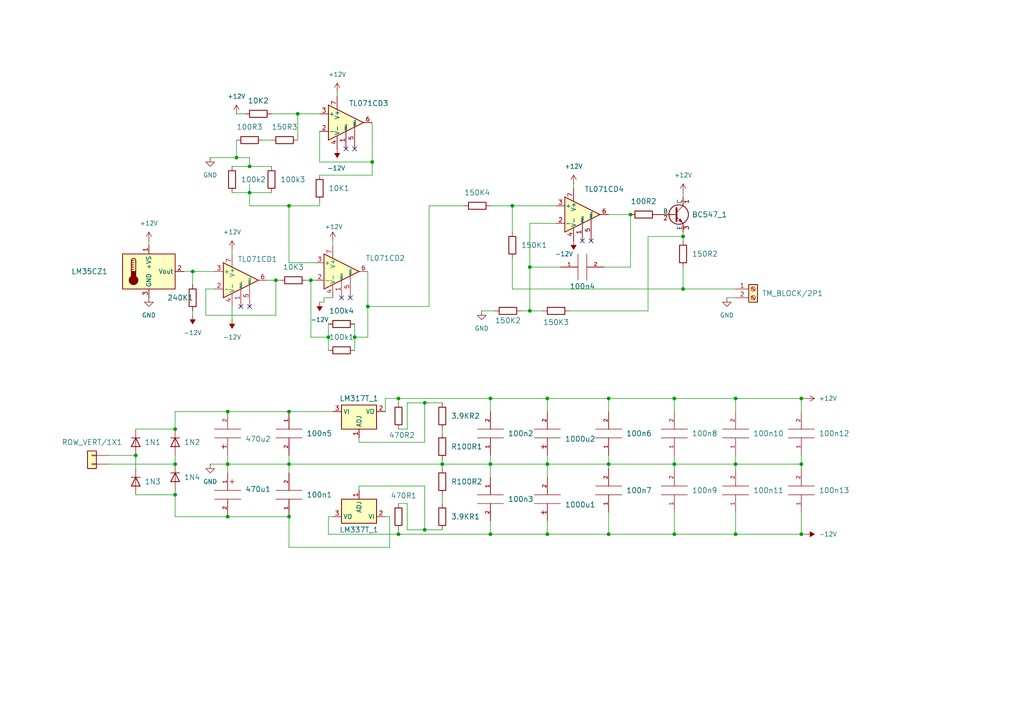
<source format=kicad_sch>
(kicad_sch (version 20250114) (generator "eeschema") (generator_version "9.0")
  (paper "A4")
  (lib_symbols
    (symbol "VAMK_ANA:BC547_TO92_0.1A" (pin_names (offset 0))
      (property "Reference" "BC547_" (at 17.78 5.08 0))
      (symbol "BC547_TO92_0.1A_1_1"
        (pin input line (at -5.08 0 0) (length 5.08) (name "B") (number "2"))
        (pin passive line (at 2.54 5.08 270) (length 2.54) (name "C") (number "1"))
        (pin passive line (at 2.54 -5.08 90) (length 2.54) (name "E") (number "3"))
      )
    )
    (symbol "VAMK_ANA:LM317T_TO220_1.5A"
      (property "Reference" "LM317T_" (at 1.27 8.89 0))
      (symbol "LM317T_TO220_1.5A_1_1"
        (pin power_in line (at -7.62 1.27 0) (length 2.54) (name "VI") (number "3"))
        (pin input line (at 0 -6.35 90) (length 2.54) (name "ADJ") (number "1"))
        (pin power_out line (at 7.62 1.27 180) (length 2.54) (name "VO") (number "2"))
      )
    )
    (symbol "VAMK_ANA:LM337T_TO220_1.5A"
      (property "Reference" "LM337T_" (at 1.27 8.89 0))
      (symbol "LM337T_TO220_1.5A_1_1"
        (pin power_in line (at -7.62 1.27 0) (length 2.54) (name "VI") (number "2"))
        (pin input line (at 0 -6.35 90) (length 2.54) (name "ADJ") (number "1"))
        (pin power_out line (at 7.62 1.27 180) (length 2.54) (name "VO") (number "3"))
      )
    )
    (symbol "VAMK_C:1000UF_50V_ELE" (pin_names (offset 0))
      (property "Reference" "C" (at 0 7.62 0))
      (symbol "1000UF_50V_ELE_1_1"
        (pin passive line (at -6.35 0 0) (length 5.08) (name "~") (number "1"))
        (pin passive line (at 6.35 0 180) (length 5.08) (name "~") (number "2"))
      )
    )
    (symbol "VAMK_C:470UF_50V_ELE" (pin_names (offset 0))
      (property "Reference" "C" (at 0 7.62 0))
      (symbol "470UF_50V_ELE_1_1"
        (pin passive line (at -6.35 0 0) (length 5.08) (name "~") (number "1"))
        (pin passive line (at 6.35 0 180) (length 5.08) (name "~") (number "2"))
      )
    )
    (symbol "VAMK_CON:ROW_VERT_1X2" (pin_numbers (hide yes)) (pin_names (offset 0) (hide yes))
      (property "Reference" "ROW_VERT/1X2" (at 15.24 5.08 0))
      (symbol "ROW_VERT_1X2_1_1"
        (pin passive line (at -5.08 0 0) (length 3.81) (name "Pin_1") (number "1"))
        (pin passive line (at -5.08 -2.54 0) (length 3.81) (name "Pin_2") (number "2"))
      )
    )
    (symbol "VAMK_CON:TM_BLOCK_2P" (pin_names (offset 0) (hide yes))
      (property "Reference" "TM_BLOCK/2P" (at 10.16 5.08 0))
      (symbol "TM_BLOCK_2P_1_1"
        (pin passive line (at -5.08 0 0) (length 3.81) (name "Pin_1") (number "1"))
        (pin passive line (at -5.08 -2.54 0) (length 3.81) (name "Pin_2") (number "2"))
      )
    )
    (symbol "VAMK_C_SMD:100NF_50V_CER" (pin_names (offset 0))
      (property "Reference" "C" (at 0 7.62 0))
      (symbol "100NF_50V_CER_1_1"
        (pin passive line (at -6.35 0 0) (length 5.08) (name "~") (number "1"))
        (pin passive line (at 6.35 0 180) (length 5.08) (name "~") (number "2"))
      )
    )
    (symbol "VAMK_D:1N4007" (pin_numbers (hide yes)) (pin_names (offset 0) (hide yes))
      (property "Reference" "1N4007" (at 0 7.62 0))
      (symbol "1N4007_1_1"
        (pin passive line (at -3.81 0 0) (length 2.54) (name "K") (number "1"))
        (pin passive line (at 3.81 0 180) (length 2.54) (name "A") (number "2"))
      )
    )
    (symbol "VAMK_IC:LM35CZ_TO92"
      (property "Reference" "LM35CZ" (at 20.32 5.08 0))
      (symbol "LM35CZ_TO92_1_1"
        (pin power_in line (at 0 7.62 270) (length 2.54) (name "+VS") (number "1"))
        (pin power_in line (at 0 -7.62 90) (length 2.54) (name "GND") (number "3"))
        (pin output line (at 10.16 0 180) (length 2.54) (name "Vout") (number "2"))
      )
    )
    (symbol "VAMK_IC_SMD:TL071CD_SO8" (pin_names (offset 0.1016))
      (property "Reference" "TL071CD" (at 20.32 7.62 0))
      (symbol "TL071CD_SO8_1_1"
        (pin input line (at -7.62 2.54 0) (length 2.54) (name "+") (number "3"))
        (pin input line (at -7.62 -2.54 0) (length 2.54) (name "-") (number "2"))
        (pin power_in line (at -2.54 7.62 270) (length 3.81) (name "V+") (number "7"))
        (pin power_in line (at -2.54 -7.62 90) (length 3.81) (name "V-") (number "4"))
        (pin no_connect line (at 0 2.54 270) (length 2.54) (hide yes) (name "NC") (number "8"))
        (pin input line (at 0 -7.62 90) (length 5.08) (name "NULL") (number "1"))
        (pin input line (at 2.54 -7.62 90) (length 6.35) (name "NULL") (number "5"))
        (pin output line (at 7.62 0 180) (length 2.54) (name "~") (number "6"))
      )
    )
    (symbol "VAMK_R:240k" (pin_numbers (hide yes)) (pin_names (offset 0) (hide yes))
      (property "Reference" "R" (at 0 0 0))
      (symbol "240k_1_1"
        (pin passive line (at -3.81 0 0) (length 1.27) (name "~") (number "1"))
        (pin passive line (at 3.81 0 180) (length 1.27) (name "~") (number "2"))
      )
    )
    (symbol "VAMK_R_SMD:100R" (pin_numbers (hide yes)) (pin_names (offset 0) (hide yes))
      (property "Reference" "R" (at 0 0 0))
      (symbol "100R_1_1"
        (pin passive line (at -3.81 0 0) (length 1.27) (name "~") (number "1"))
        (pin passive line (at 3.81 0 180) (length 1.27) (name "~") (number "2"))
      )
    )
    (symbol "VAMK_R_SMD:100k" (pin_numbers (hide yes)) (pin_names (offset 0) (hide yes))
      (property "Reference" "R" (at 0 0 0))
      (symbol "100k_1_1"
        (pin passive line (at -3.81 0 0) (length 1.27) (name "~") (number "1"))
        (pin passive line (at 3.81 0 180) (length 1.27) (name "~") (number "2"))
      )
    )
    (symbol "VAMK_R_SMD:10k" (pin_numbers (hide yes)) (pin_names (offset 0) (hide yes))
      (property "Reference" "R" (at 0 0 0))
      (symbol "10k_1_1"
        (pin passive line (at -3.81 0 0) (length 1.27) (name "~") (number "1"))
        (pin passive line (at 3.81 0 180) (length 1.27) (name "~") (number "2"))
      )
    )
    (symbol "VAMK_R_SMD:150R" (pin_numbers (hide yes)) (pin_names (offset 0) (hide yes))
      (property "Reference" "R" (at 0 0 0))
      (symbol "150R_1_1"
        (pin passive line (at -3.81 0 0) (length 1.27) (name "~") (number "1"))
        (pin passive line (at 3.81 0 180) (length 1.27) (name "~") (number "2"))
      )
    )
    (symbol "VAMK_R_SMD:150k" (pin_numbers (hide yes)) (pin_names (offset 0) (hide yes))
      (property "Reference" "R" (at 0 0 0))
      (symbol "150k_1_1"
        (pin passive line (at -3.81 0 0) (length 1.27) (name "~") (number "1"))
        (pin passive line (at 3.81 0 180) (length 1.27) (name "~") (number "2"))
      )
    )
    (symbol "VAMK_R_SMD:3.9k" (pin_numbers (hide yes)) (pin_names (offset 0) (hide yes))
      (property "Reference" "R" (at 0 0 0))
      (symbol "3.9k_1_1"
        (pin passive line (at -3.81 0 0) (length 1.27) (name "~") (number "1"))
        (pin passive line (at 3.81 0 180) (length 1.27) (name "~") (number "2"))
      )
    )
    (symbol "VAMK_R_SMD:470R" (pin_numbers (hide yes)) (pin_names (offset 0) (hide yes))
      (property "Reference" "R" (at 0 0 0))
      (symbol "470R_1_1"
        (pin passive line (at -3.81 0 0) (length 1.27) (name "~") (number "1"))
        (pin passive line (at 3.81 0 180) (length 1.27) (name "~") (number "2"))
      )
    )
    (symbol "power:+12V" (power) (pin_numbers (hide yes)) (pin_names (offset 0) (hide yes))
      (property "Value" "+12V" (at 0 3.556 0))
      (symbol "+12V_1_1"
        (pin power_in line (at 0 0 90) (length 0) (name "~") (number "1"))
      )
    )
    (symbol "power:-12V" (power) (pin_numbers (hide yes)) (pin_names (offset 0) (hide yes))
      (property "Value" "-12V" (at 0 3.556 0))
      (symbol "-12V_0_0"
        (pin power_in line (at 0 0 90) (length 0) (name "~") (number "1"))
      )
    )
    (symbol "power:GND" (power) (pin_numbers (hide yes)) (pin_names (offset 0) (hide yes))
      (property "Value" "GND" (at 0 -3.81 0))
      (symbol "GND_1_1"
        (pin power_in line (at 0 0 270) (length 0) (name "~") (number "1"))
      )
    )
  )
  (junction (at 66.04 119.38))
  (junction (at 72.39 55.88))
  (junction (at 153.67 77.47))
  (junction (at 182.88 62.23))
  (junction (at 107.95 46.99))
  (junction (at 232.41 134.62))
  (junction (at 158.75 115.57))
  (junction (at 115.57 115.57))
  (junction (at 102.87 97.79))
  (junction (at 213.36 134.62))
  (junction (at 123.19 116.84))
  (junction (at 86.36 33.02))
  (junction (at 232.41 115.57))
  (junction (at 176.53 115.57))
  (junction (at 232.41 154.94))
  (junction (at 83.82 134.62))
  (junction (at 213.36 154.94))
  (junction (at 83.82 59.69))
  (junction (at 195.58 154.94))
  (junction (at 198.12 68.58))
  (junction (at 195.58 115.57))
  (junction (at 95.25 97.79))
  (junction (at 213.36 115.57))
  (junction (at 148.59 59.69))
  (junction (at 50.8 124.46))
  (junction (at 39.37 132.08))
  (junction (at 83.82 149.86))
  (junction (at 66.04 134.62))
  (junction (at 142.24 154.94))
  (junction (at 142.24 134.62))
  (junction (at 142.24 115.57))
  (junction (at 90.17 81.28))
  (junction (at 106.68 88.9))
  (junction (at 68.58 45.72))
  (junction (at 195.58 134.62))
  (junction (at 198.12 83.82))
  (junction (at 153.67 90.17))
  (junction (at 176.53 134.62))
  (junction (at 55.88 78.74))
  (junction (at 158.75 154.94))
  (junction (at 176.53 154.94))
  (junction (at 66.04 149.86))
  (junction (at 115.57 154.94))
  (junction (at 80.01 81.28))
  (junction (at 83.82 119.38))
  (junction (at 128.27 134.62))
  (junction (at 50.8 143.51))
  (junction (at 123.19 153.67))
  (junction (at 50.8 134.62))
  (junction (at 158.75 134.62))
  (junction (at 72.39 48.26))
  (no_connect (at 99.06 86.36))
  (no_connect (at 102.87 43.18))
  (no_connect (at 171.45 69.85))
  (no_connect (at 69.85 88.9))
  (no_connect (at 72.39 88.9))
  (no_connect (at 100.33 43.18))
  (no_connect (at 101.6 86.36))
  (no_connect (at 168.91 69.85))
  (wire (pts (xy 142.24 115.57) (xy 158.75 115.57)))
  (wire (pts (xy 106.68 97.79) (xy 102.87 97.79)))
  (wire (pts (xy 83.82 59.69) (xy 92.71 59.69)))
  (wire (pts (xy 90.17 81.28) (xy 91.44 81.28)))
  (wire (pts (xy 123.19 153.67) (xy 128.27 153.67)))
  (wire (pts (xy 118.11 116.84) (xy 123.19 116.84)))
  (wire (pts (xy 67.31 48.26) (xy 72.39 48.26)))
  (wire (pts (xy 104.14 140.97) (xy 104.14 142.24)))
  (wire (pts (xy 31.75 134.62) (xy 50.8 134.62)))
  (wire (pts (xy 55.88 91.44) (xy 55.88 90.17)))
  (wire (pts (xy 55.88 78.74) (xy 55.88 82.55)))
  (wire (pts (xy 115.57 146.05) (xy 118.11 146.05)))
  (wire (pts (xy 153.67 77.47) (xy 153.67 90.17)))
  (wire (pts (xy 111.76 115.57) (xy 111.76 119.38)))
  (wire (pts (xy 67.31 92.71) (xy 67.31 88.9)))
  (wire (pts (xy 72.39 55.88) (xy 78.74 55.88)))
  (wire (pts (xy 148.59 59.69) (xy 148.59 67.31)))
  (wire (pts (xy 123.19 140.97) (xy 123.19 153.67)))
  (wire (pts (xy 195.58 148.59) (xy 195.58 154.94)))
  (wire (pts (xy 113.03 158.75) (xy 83.82 158.75)))
  (wire (pts (xy 128.27 134.62) (xy 142.24 134.62)))
  (wire (pts (xy 95.25 154.94) (xy 95.25 149.86)))
  (wire (pts (xy 124.46 88.9) (xy 124.46 59.69)))
  (wire (pts (xy 187.96 68.58) (xy 198.12 68.58)))
  (wire (pts (xy 176.53 134.62) (xy 158.75 134.62)))
  (wire (pts (xy 60.96 134.62) (xy 66.04 134.62)))
  (wire (pts (xy 128.27 143.51) (xy 128.27 146.05)))
  (wire (pts (xy 93.98 86.36) (xy 96.52 86.36)))
  (wire (pts (xy 195.58 134.62) (xy 176.53 134.62)))
  (wire (pts (xy 106.68 88.9) (xy 106.68 97.79)))
  (wire (pts (xy 118.11 153.67) (xy 123.19 153.67)))
  (wire (pts (xy 232.41 134.62) (xy 213.36 134.62)))
  (wire (pts (xy 80.01 81.28) (xy 77.47 81.28)))
  (wire (pts (xy 107.95 50.8) (xy 107.95 46.99)))
  (wire (pts (xy 107.95 35.56) (xy 107.95 46.99)))
  (wire (pts (xy 142.24 134.62) (xy 142.24 138.43)))
  (wire (pts (xy 50.8 132.08) (xy 50.8 134.62)))
  (wire (pts (xy 115.57 154.94) (xy 115.57 153.67)))
  (wire (pts (xy 213.36 154.94) (xy 195.58 154.94)))
  (wire (pts (xy 232.41 115.57) (xy 213.36 115.57)))
  (wire (pts (xy 182.88 77.47) (xy 182.88 62.23)))
  (wire (pts (xy 66.04 149.86) (xy 83.82 149.86)))
  (wire (pts (xy 123.19 116.84) (xy 128.27 116.84)))
  (wire (pts (xy 39.37 124.46) (xy 50.8 124.46)))
  (wire (pts (xy 195.58 154.94) (xy 176.53 154.94)))
  (wire (pts (xy 118.11 153.67) (xy 118.11 146.05)))
  (wire (pts (xy 78.74 33.02) (xy 86.36 33.02)))
  (wire (pts (xy 115.57 115.57) (xy 142.24 115.57)))
  (wire (pts (xy 50.8 149.86) (xy 50.8 143.51)))
  (wire (pts (xy 124.46 59.69) (xy 134.62 59.69)))
  (wire (pts (xy 102.87 93.98) (xy 102.87 97.79)))
  (wire (pts (xy 198.12 67.31) (xy 198.12 68.58)))
  (wire (pts (xy 213.36 119.38) (xy 213.36 115.57)))
  (wire (pts (xy 151.13 90.17) (xy 153.67 90.17)))
  (wire (pts (xy 97.79 26.67) (xy 97.79 27.94)))
  (wire (pts (xy 198.12 83.82) (xy 198.12 77.47)))
  (wire (pts (xy 158.75 154.94) (xy 158.75 151.13)))
  (wire (pts (xy 128.27 134.62) (xy 128.27 135.89)))
  (wire (pts (xy 198.12 68.58) (xy 198.12 69.85)))
  (wire (pts (xy 72.39 59.69) (xy 72.39 55.88)))
  (wire (pts (xy 153.67 64.77) (xy 153.67 77.47)))
  (wire (pts (xy 166.37 53.34) (xy 166.37 54.61)))
  (wire (pts (xy 83.82 76.2) (xy 91.44 76.2)))
  (wire (pts (xy 83.82 132.08) (xy 83.82 134.62)))
  (wire (pts (xy 115.57 154.94) (xy 95.25 154.94)))
  (wire (pts (xy 213.36 134.62) (xy 195.58 134.62)))
  (wire (pts (xy 81.28 81.28) (xy 80.01 81.28)))
  (wire (pts (xy 142.24 154.94) (xy 158.75 154.94)))
  (wire (pts (xy 39.37 132.08) (xy 39.37 135.89)))
  (wire (pts (xy 195.58 119.38) (xy 195.58 115.57)))
  (wire (pts (xy 50.8 119.38) (xy 50.8 124.46)))
  (wire (pts (xy 232.41 134.62) (xy 232.41 135.89)))
  (wire (pts (xy 72.39 48.26) (xy 78.74 48.26)))
  (wire (pts (xy 158.75 154.94) (xy 176.53 154.94)))
  (wire (pts (xy 106.68 78.74) (xy 106.68 88.9)))
  (wire (pts (xy 187.96 90.17) (xy 187.96 68.58)))
  (wire (pts (xy 195.58 132.08) (xy 195.58 134.62)))
  (wire (pts (xy 118.11 124.46) (xy 115.57 124.46)))
  (wire (pts (xy 113.03 149.86) (xy 111.76 149.86)))
  (wire (pts (xy 142.24 59.69) (xy 148.59 59.69)))
  (wire (pts (xy 93.98 87.63) (xy 93.98 86.36)))
  (wire (pts (xy 210.82 86.36) (xy 213.36 86.36)))
  (wire (pts (xy 176.53 134.62) (xy 176.53 135.89)))
  (wire (pts (xy 72.39 55.88) (xy 72.39 53.34)))
  (wire (pts (xy 195.58 115.57) (xy 176.53 115.57)))
  (wire (pts (xy 142.24 132.08) (xy 142.24 134.62)))
  (wire (pts (xy 139.7 90.17) (xy 143.51 90.17)))
  (wire (pts (xy 66.04 149.86) (xy 50.8 149.86)))
  (wire (pts (xy 104.14 140.97) (xy 123.19 140.97)))
  (wire (pts (xy 176.53 148.59) (xy 176.53 154.94)))
  (wire (pts (xy 80.01 91.44) (xy 80.01 81.28)))
  (wire (pts (xy 95.25 97.79) (xy 95.25 101.6)))
  (wire (pts (xy 96.52 69.85) (xy 96.52 71.12)))
  (wire (pts (xy 213.36 132.08) (xy 213.36 134.62)))
  (wire (pts (xy 148.59 83.82) (xy 198.12 83.82)))
  (wire (pts (xy 67.31 55.88) (xy 72.39 55.88)))
  (wire (pts (xy 213.36 148.59) (xy 213.36 154.94)))
  (wire (pts (xy 161.29 64.77) (xy 153.67 64.77)))
  (wire (pts (xy 92.71 59.69) (xy 92.71 58.42)))
  (wire (pts (xy 232.41 148.59) (xy 232.41 154.94)))
  (wire (pts (xy 232.41 119.38) (xy 232.41 115.57)))
  (wire (pts (xy 66.04 119.38) (xy 50.8 119.38)))
  (wire (pts (xy 92.71 38.1) (xy 92.71 46.99)))
  (wire (pts (xy 66.04 119.38) (xy 83.82 119.38)))
  (wire (pts (xy 83.82 119.38) (xy 96.52 119.38)))
  (wire (pts (xy 92.71 87.63) (xy 93.98 87.63)))
  (wire (pts (xy 232.41 132.08) (xy 232.41 134.62)))
  (wire (pts (xy 128.27 133.35) (xy 128.27 134.62)))
  (wire (pts (xy 176.53 115.57) (xy 176.53 119.38)))
  (wire (pts (xy 72.39 45.72) (xy 72.39 48.26)))
  (wire (pts (xy 92.71 50.8) (xy 107.95 50.8)))
  (wire (pts (xy 83.82 134.62) (xy 83.82 137.16)))
  (wire (pts (xy 68.58 33.02) (xy 71.12 33.02)))
  (wire (pts (xy 86.36 33.02) (xy 86.36 40.64)))
  (wire (pts (xy 83.82 59.69) (xy 83.82 76.2)))
  (wire (pts (xy 31.75 132.08) (xy 39.37 132.08)))
  (wire (pts (xy 95.25 149.86) (xy 96.52 149.86)))
  (wire (pts (xy 118.11 116.84) (xy 118.11 124.46)))
  (wire (pts (xy 158.75 115.57) (xy 176.53 115.57)))
  (wire (pts (xy 55.88 78.74) (xy 62.23 78.74)))
  (wire (pts (xy 67.31 72.39) (xy 67.31 73.66)))
  (wire (pts (xy 66.04 134.62) (xy 83.82 134.62)))
  (wire (pts (xy 142.24 115.57) (xy 142.24 119.38)))
  (wire (pts (xy 198.12 83.82) (xy 213.36 83.82)))
  (wire (pts (xy 158.75 134.62) (xy 158.75 138.43)))
  (wire (pts (xy 176.53 132.08) (xy 176.53 134.62)))
  (wire (pts (xy 88.9 81.28) (xy 90.17 81.28)))
  (wire (pts (xy 165.1 90.17) (xy 187.96 90.17)))
  (wire (pts (xy 83.82 134.62) (xy 128.27 134.62)))
  (wire (pts (xy 104.14 128.27) (xy 104.14 127)))
  (wire (pts (xy 142.24 134.62) (xy 158.75 134.62)))
  (wire (pts (xy 233.68 115.57) (xy 232.41 115.57)))
  (wire (pts (xy 213.36 115.57) (xy 195.58 115.57)))
  (wire (pts (xy 95.25 93.98) (xy 95.25 97.79)))
  (wire (pts (xy 43.18 69.85) (xy 43.18 71.12)))
  (wire (pts (xy 153.67 77.47) (xy 162.56 77.47)))
  (wire (pts (xy 158.75 132.08) (xy 158.75 134.62)))
  (wire (pts (xy 115.57 154.94) (xy 142.24 154.94)))
  (wire (pts (xy 66.04 134.62) (xy 66.04 137.16)))
  (wire (pts (xy 68.58 45.72) (xy 72.39 45.72)))
  (wire (pts (xy 148.59 59.69) (xy 161.29 59.69)))
  (wire (pts (xy 68.58 40.64) (xy 68.58 45.72)))
  (wire (pts (xy 148.59 74.93) (xy 148.59 83.82)))
  (wire (pts (xy 158.75 115.57) (xy 158.75 119.38)))
  (wire (pts (xy 90.17 97.79) (xy 95.25 97.79)))
  (wire (pts (xy 53.34 78.74) (xy 55.88 78.74)))
  (wire (pts (xy 153.67 90.17) (xy 157.48 90.17)))
  (wire (pts (xy 39.37 143.51) (xy 50.8 143.51)))
  (wire (pts (xy 123.19 116.84) (xy 123.19 128.27)))
  (wire (pts (xy 106.68 88.9) (xy 124.46 88.9)))
  (wire (pts (xy 72.39 59.69) (xy 83.82 59.69)))
  (wire (pts (xy 182.88 62.23) (xy 176.53 62.23)))
  (wire (pts (xy 92.71 46.99) (xy 107.95 46.99)))
  (wire (pts (xy 59.69 91.44) (xy 80.01 91.44)))
  (wire (pts (xy 233.68 154.94) (xy 232.41 154.94)))
  (wire (pts (xy 62.23 83.82) (xy 59.69 83.82)))
  (wire (pts (xy 60.96 45.72) (xy 68.58 45.72)))
  (wire (pts (xy 59.69 83.82) (xy 59.69 91.44)))
  (wire (pts (xy 76.2 40.64) (xy 78.74 40.64)))
  (wire (pts (xy 113.03 149.86) (xy 113.03 158.75)))
  (wire (pts (xy 175.26 77.47) (xy 182.88 77.47)))
  (wire (pts (xy 128.27 124.46) (xy 128.27 125.73)))
  (wire (pts (xy 232.41 154.94) (xy 213.36 154.94)))
  (wire (pts (xy 115.57 115.57) (xy 115.57 116.84)))
  (wire (pts (xy 213.36 134.62) (xy 213.36 135.89)))
  (wire (pts (xy 142.24 154.94) (xy 142.24 151.13)))
  (wire (pts (xy 195.58 134.62) (xy 195.58 135.89)))
  (wire (pts (xy 83.82 158.75) (xy 83.82 149.86)))
  (wire (pts (xy 102.87 97.79) (xy 102.87 101.6)))
  (wire (pts (xy 66.04 132.08) (xy 66.04 134.62)))
  (wire (pts (xy 50.8 143.51) (xy 50.8 142.24)))
  (wire (pts (xy 90.17 81.28) (xy 90.17 97.79)))
  (wire (pts (xy 104.14 128.27) (xy 123.19 128.27)))
  (wire (pts (xy 92.71 33.02) (xy 86.36 33.02)))
  (wire (pts (xy 198.12 55.88) (xy 198.12 57.15)))
  (wire (pts (xy 111.76 115.57) (xy 115.57 115.57)))
  (symbol (lib_id "VAMK_IC_SMD:TL071CD_SO8") (at 100.33 35.56 0) (unit 1)
    (property "Reference" "TL071CD3" (at 106.934 29.972 0) (effects (font (size 1.524 1.524))))
    (property "Value" "TL071CD_SO8" (effects (hide yes)))
    (property "Footprint" "VAMK_IC_SMD:SO8IC" (effects (hide yes)))
    (property "Datasheet" "\"\"" (effects (hide yes)))
    (property "Description" "Op-amp Single, JFET input" (effects (hide yes)))
    (property "Storing Location" "3.8.3.2" (effects (hide yes)))
    (property "Order Number Elfa" "73-300-95" (effects (hide yes)))
    (property "Order Number Farnell" "400622" (effects (hide yes)))
  )
  (symbol (lib_id "power:GND") (at 60.96 45.72 0) (unit 1)
    (property "Reference" "#PWR03" (effects (hide yes)))
    (property "Value" "GND" (at 60.96 50.8 0))
    (property "Description" "Power symbol creates a global label with name \"GND\" , ground" (effects (hide yes)))
  )
  (symbol (lib_id "power:+12V") (at 233.68 115.57 270) (unit 1)
    (property "Reference" "#PWR06" (effects (hide yes)))
    (property "Value" "+12V" (at 237.49 115.5699 90) (effects (justify left)))
    (property "Description" "Power symbol creates a global label with name \"+12V\"" (effects (hide yes)))
  )
  (symbol (lib_id "VAMK_R_SMD:100R") (at 128.27 139.7 90) (unit 1)
    (property "Reference" "R100R2" (at 130.81 139.6999 90) (effects (font (size 1.524 1.524)) (justify right)))
    (property "Value" "100R" (effects (hide yes)))
    (property "Footprint" "VAMK_R_SMD:1206" (effects (hide yes)))
    (property "Datasheet" "\"\"" (effects (hide yes)))
    (property "Description" "100R/5%/0.125W" (effects (hide yes)))
    (property "Storing Location" "EC6,  SMD station" (effects (hide yes)))
    (property "Tolerance" " +-5%" (effects (hide yes)))
    (property "Order Number Farnell" "613587" (effects (hide yes)))
    (property "Blank Field" "none" (effects (hide yes)))
  )
  (symbol (lib_id "power:+12V") (at 43.18 69.85 0) (unit 1)
    (property "Reference" "#PWR08" (effects (hide yes)))
    (property "Value" "+12V" (at 43.18 64.77 0))
    (property "Description" "Power symbol creates a global label with name \"+12V\"" (effects (hide yes)))
  )
  (symbol (lib_id "power:+12V") (at 97.79 26.67 0) (unit 1)
    (property "Reference" "#PWR012" (effects (hide yes)))
    (property "Value" "+12V" (at 97.79 21.59 0))
    (property "Description" "Power symbol creates a global label with name \"+12V\"" (effects (hide yes)))
  )
  (symbol (lib_id "VAMK_R_SMD:3.9k") (at 128.27 149.86 90) (unit 1)
    (property "Reference" "3.9KR1" (at 130.81 149.8599 90) (effects (font (size 1.524 1.524)) (justify right)))
    (property "Value" "3.9k" (effects (hide yes)))
    (property "Footprint" "VAMK_R_SMD:1206" (effects (hide yes)))
    (property "Datasheet" "\"\"" (effects (hide yes)))
    (property "Description" "3.9K/5%/0.125W" (effects (hide yes)))
    (property "Storing Location" "EC6,  SMD station" (effects (hide yes)))
    (property "Tolerance" " +-5%" (effects (hide yes)))
    (property "Order Number Farnell" "613770" (effects (hide yes)))
    (property "Blank Field" "none" (effects (hide yes)))
  )
  (symbol (lib_id "power:GND") (at 60.96 134.62 0) (unit 1)
    (property "Reference" "#PWR01" (effects (hide yes)))
    (property "Value" "GND" (at 60.96 139.7 0))
    (property "Description" "Power symbol creates a global label with name \"GND\" , ground" (effects (hide yes)))
  )
  (symbol (lib_id "VAMK_ANA:BC547_TO92_0.1A") (at 195.58 62.23 0) (unit 1)
    (property "Reference" "BC547_1" (at 200.66 62.2299 0) (effects (font (size 1.524 1.524)) (justify left)))
    (property "Value" "BC547_TO92_0.1A" (effects (hide yes)))
    (property "Footprint" "VAMK_ANA:TO-92" (effects (hide yes)))
    (property "Datasheet" "\"\"" (effects (hide yes)))
    (property "Description" "AMPLIFIER NPN SILICON TRANSISTOR" (effects (hide yes)))
    (property "Storing Location" "3.2.2.1" (effects (hide yes)))
    (property "Decal" "TO-92" (effects (hide yes)))
    (property "Order Number Elfa" "71-039-22" (effects (hide yes)))
    (property "Order Number Farnell" "357054" (effects (hide yes)))
  )
  (symbol (lib_id "VAMK_D:1N4007") (at 39.37 139.7 270) (unit 1)
    (property "Reference" "1N3" (at 41.91 139.6999 90) (effects (font (size 1.524 1.524)) (justify left)))
    (property "Value" "1N4007" (effects (hide yes)))
    (property "Footprint" "VAMK_D:DO41" (effects (hide yes)))
    (property "Datasheet" "\"\"" (effects (hide yes)))
    (property "Description" "Silicon Rectifier" (effects (hide yes)))
    (property "Storing Location" "2.8.1.2" (effects (hide yes)))
    (property "Voltage Rating" "1000V" (effects (hide yes)))
    (property "Order Number Elfa" "70-005-16" (effects (hide yes)))
    (property "Order Number Farnell" "9565051" (effects (hide yes)))
  )
  (symbol (lib_id "VAMK_C_SMD:100NF_50V_CER") (at 176.53 142.24 90) (unit 1)
    (property "Reference" "100n7" (at 181.61 142.2399 90) (effects (font (size 1.524 1.524)) (justify right)))
    (property "Value" "100NF_50V_CER" (effects (hide yes)))
    (property "Footprint" "VAMK_C_SMD:C1206" (effects (hide yes)))
    (property "Datasheet" "\"\"" (effects (hide yes)))
    (property "Description" "Multilayer ceramic SMD capacitor" (effects (hide yes)))
    (property "Storing Location" " EC6, SMD station" (effects (hide yes)))
    (property "Tolerance" " +-10%" (effects (hide yes)))
    (property "Order Number Elfa" "65-776-88" (effects (hide yes)))
    (property "Prototype Name" "100n" (effects (hide yes)))
  )
  (symbol (lib_id "power:GND") (at 43.18 86.36 0) (unit 1)
    (property "Reference" "#PWR02" (effects (hide yes)))
    (property "Value" "GND" (at 43.18 91.44 0))
    (property "Description" "Power symbol creates a global label with name \"GND\" , ground" (effects (hide yes)))
  )
  (symbol (lib_id "VAMK_R_SMD:150k") (at 138.43 59.69 0) (unit 1)
    (property "Reference" "150K4" (at 138.43 55.88 0) (effects (font (size 1.524 1.524))))
    (property "Value" "150k" (effects (hide yes)))
    (property "Footprint" "VAMK_R_SMD:1206" (effects (hide yes)))
    (property "Datasheet" "\"\"" (effects (hide yes)))
    (property "Description" "150K/5%/0.125W" (effects (hide yes)))
    (property "Storing Location" "EC6,  SMD station" (effects (hide yes)))
    (property "Tolerance" " +-5%" (effects (hide yes)))
    (property "Order Number Farnell" "613964" (effects (hide yes)))
    (property "Blank Field" "none" (effects (hide yes)))
  )
  (symbol (lib_id "VAMK_R:240k") (at 55.88 86.36 90) (unit 1)
    (property "Reference" "240K1" (at 48.514 86.36 90) (effects (font (size 1.524 1.524)) (justify right)))
    (property "Value" "240k" (effects (hide yes)))
    (property "Footprint" "VAMK_R:R3_5W" (effects (hide yes)))
    (property "Datasheet" "\"\"" (effects (hide yes)))
    (property "Description" "240K/1%/0.6W" (effects (hide yes)))
    (property "Storing Location" " 1.11.4.1" (effects (hide yes)))
    (property "Tolerance" "+-1%" (effects (hide yes)))
    (property "Order Number Elfa" "60-749-75" (effects (hide yes)))
    (property "Order Number Farnell" "9466231" (effects (hide yes)))
    (property "Blank Field" "none" (effects (hide yes)))
  )
  (symbol (lib_id "power:-12V") (at 166.37 69.85 180) (unit 1)
    (property "Reference" "#PWR015" (effects (hide yes)))
    (property "Value" "-12V" (at 163.576 73.66 0))
    (property "Description" "Power symbol creates a global label with name \"-12V\"" (effects (hide yes)))
  )
  (symbol (lib_id "VAMK_R_SMD:470R") (at 115.57 149.86 90) (unit 1)
    (property "Reference" "470R1" (at 113.284 143.764 90) (effects (font (size 1.524 1.524)) (justify right)))
    (property "Value" "470R" (effects (hide yes)))
    (property "Footprint" "VAMK_R_SMD:1206" (effects (hide yes)))
    (property "Datasheet" "\"\"" (effects (hide yes)))
    (property "Description" "470R/5%/0.125W" (effects (hide yes)))
    (property "Storing Location" "EC6,  SMD station" (effects (hide yes)))
    (property "Tolerance" " +-5%" (effects (hide yes)))
    (property "Order Number Farnell" "613666" (effects (hide yes)))
    (property "Blank Field" "none" (effects (hide yes)))
  )
  (symbol (lib_id "VAMK_C:1000UF_50V_ELE") (at 158.75 144.78 90) (unit 1)
    (property "Reference" "1000u1" (at 163.83 146.3674 90) (effects (font (size 1.524 1.524)) (justify right)))
    (property "Value" "1000UF_50V_ELE" (effects (hide yes)))
    (property "Footprint" "VAMK_C:C_P_5_0_13" (effects (hide yes)))
    (property "Datasheet" "\"\"" (effects (hide yes)))
    (property "Description" "Aluminum electrolytic capacitor" (effects (hide yes)))
    (property "Storing Location" " 2.7.1.1" (effects (hide yes)))
    (property "Prototype Name" "1000u" (effects (hide yes)))
    (property "Tolerance" " +-20%" (effects (hide yes)))
    (property "Order Number Elfa" "67-014-37" (effects (hide yes)))
  )
  (symbol (lib_id "VAMK_C_SMD:100NF_50V_CER") (at 213.36 142.24 90) (unit 1)
    (property "Reference" "100n11" (at 218.44 142.2399 90) (effects (font (size 1.524 1.524)) (justify right)))
    (property "Value" "100NF_50V_CER" (effects (hide yes)))
    (property "Footprint" "VAMK_C_SMD:C1206" (effects (hide yes)))
    (property "Datasheet" "\"\"" (effects (hide yes)))
    (property "Description" "Multilayer ceramic SMD capacitor" (effects (hide yes)))
    (property "Storing Location" " EC6, SMD station" (effects (hide yes)))
    (property "Tolerance" " +-10%" (effects (hide yes)))
    (property "Order Number Elfa" "65-776-88" (effects (hide yes)))
    (property "Prototype Name" "100n" (effects (hide yes)))
  )
  (symbol (lib_id "VAMK_R_SMD:150k") (at 161.29 90.17 0) (unit 1)
    (property "Reference" "150K3" (at 161.29 93.472 0) (effects (font (size 1.524 1.524))))
    (property "Value" "150k" (effects (hide yes)))
    (property "Footprint" "VAMK_R_SMD:1206" (effects (hide yes)))
    (property "Datasheet" "\"\"" (effects (hide yes)))
    (property "Description" "150K/5%/0.125W" (effects (hide yes)))
    (property "Storing Location" "EC6,  SMD station" (effects (hide yes)))
    (property "Tolerance" " +-5%" (effects (hide yes)))
    (property "Order Number Farnell" "613964" (effects (hide yes)))
    (property "Blank Field" "none" (effects (hide yes)))
  )
  (symbol (lib_id "power:-12V") (at 97.79 43.18 180) (unit 1)
    (property "Reference" "#PWR018" (effects (hide yes)))
    (property "Value" "-12V" (at 97.536 48.768 0))
    (property "Description" "Power symbol creates a global label with name \"-12V\"" (effects (hide yes)))
  )
  (symbol (lib_id "VAMK_R_SMD:100R") (at 186.69 62.23 0) (unit 1)
    (property "Reference" "100R2" (at 186.69 58.42 0) (effects (font (size 1.524 1.524))))
    (property "Value" "100R" (effects (hide yes)))
    (property "Footprint" "VAMK_R_SMD:1206" (effects (hide yes)))
    (property "Datasheet" "\"\"" (effects (hide yes)))
    (property "Description" "100R/5%/0.125W" (effects (hide yes)))
    (property "Storing Location" "EC6,  SMD station" (effects (hide yes)))
    (property "Tolerance" " +-5%" (effects (hide yes)))
    (property "Order Number Farnell" "613587" (effects (hide yes)))
    (property "Blank Field" "none" (effects (hide yes)))
  )
  (symbol (lib_id "VAMK_R_SMD:150k") (at 148.59 71.12 90) (unit 1)
    (property "Reference" "150K1" (at 151.13 71.1199 90) (effects (font (size 1.524 1.524)) (justify right)))
    (property "Value" "150k" (effects (hide yes)))
    (property "Footprint" "VAMK_R_SMD:1206" (effects (hide yes)))
    (property "Datasheet" "\"\"" (effects (hide yes)))
    (property "Description" "150K/5%/0.125W" (effects (hide yes)))
    (property "Storing Location" "EC6,  SMD station" (effects (hide yes)))
    (property "Tolerance" " +-5%" (effects (hide yes)))
    (property "Order Number Farnell" "613964" (effects (hide yes)))
    (property "Blank Field" "none" (effects (hide yes)))
  )
  (symbol (lib_id "VAMK_D:1N4007") (at 50.8 138.43 270) (unit 1)
    (property "Reference" "1N4" (at 53.34 138.4299 90) (effects (font (size 1.524 1.524)) (justify left)))
    (property "Value" "1N4007" (effects (hide yes)))
    (property "Footprint" "VAMK_D:DO41" (effects (hide yes)))
    (property "Datasheet" "\"\"" (effects (hide yes)))
    (property "Description" "Silicon Rectifier" (effects (hide yes)))
    (property "Storing Location" "2.8.1.2" (effects (hide yes)))
    (property "Voltage Rating" "1000V" (effects (hide yes)))
    (property "Order Number Elfa" "70-005-16" (effects (hide yes)))
    (property "Order Number Farnell" "9565051" (effects (hide yes)))
  )
  (symbol (lib_id "VAMK_CON:ROW_VERT_1X2") (at 26.67 134.62 180) (unit 1)
    (property "Reference" "ROW_VERT/1X1" (at 26.67 128.27 0) (effects (font (size 1.524 1.524))))
    (property "Value" "ROW_VERT_1X2" (effects (hide yes)))
    (property "Footprint" "VAMK_CON:ROW_VERT_1x2" (effects (hide yes)))
    (property "Datasheet" "\"\"" (effects (hide yes)))
    (property "Description" "Plug, Vertical Row Header" (effects (hide yes)))
    (property "Storing Location" "3.10.1.X" (effects (hide yes)))
    (property "Order Number Elfa" "43-702-19" (effects (hide yes)))
    (property "Order Numer Farnell" "329-1807" (effects (hide yes)))
  )
  (symbol (lib_id "VAMK_D:1N4007") (at 39.37 128.27 270) (unit 1)
    (property "Reference" "1N1" (at 41.91 128.2699 90) (effects (font (size 1.524 1.524)) (justify left)))
    (property "Value" "1N4007" (effects (hide yes)))
    (property "Footprint" "VAMK_D:DO41" (effects (hide yes)))
    (property "Datasheet" "\"\"" (effects (hide yes)))
    (property "Description" "Silicon Rectifier" (effects (hide yes)))
    (property "Storing Location" "2.8.1.2" (effects (hide yes)))
    (property "Voltage Rating" "1000V" (effects (hide yes)))
    (property "Order Number Elfa" "70-005-16" (effects (hide yes)))
    (property "Order Number Farnell" "9565051" (effects (hide yes)))
  )
  (symbol (lib_id "VAMK_R_SMD:100R") (at 128.27 129.54 90) (unit 1)
    (property "Reference" "R100R1" (at 130.81 129.5399 90) (effects (font (size 1.524 1.524)) (justify right)))
    (property "Value" "100R" (effects (hide yes)))
    (property "Footprint" "VAMK_R_SMD:1206" (effects (hide yes)))
    (property "Datasheet" "\"\"" (effects (hide yes)))
    (property "Description" "100R/5%/0.125W" (effects (hide yes)))
    (property "Storing Location" "EC6,  SMD station" (effects (hide yes)))
    (property "Tolerance" " +-5%" (effects (hide yes)))
    (property "Order Number Farnell" "613587" (effects (hide yes)))
    (property "Blank Field" "none" (effects (hide yes)))
  )
  (symbol (lib_id "power:+12V") (at 96.52 69.85 0) (unit 1)
    (property "Reference" "#PWR014" (effects (hide yes)))
    (property "Value" "+12V" (at 96.774 65.786 0))
    (property "Description" "Power symbol creates a global label with name \"+12V\"" (effects (hide yes)))
  )
  (symbol (lib_id "VAMK_C_SMD:100NF_50V_CER") (at 213.36 125.73 90) (unit 1)
    (property "Reference" "100n10" (at 218.44 125.7299 90) (effects (font (size 1.524 1.524)) (justify right)))
    (property "Value" "100NF_50V_CER" (effects (hide yes)))
    (property "Footprint" "VAMK_C_SMD:C1206" (effects (hide yes)))
    (property "Datasheet" "\"\"" (effects (hide yes)))
    (property "Description" "Multilayer ceramic SMD capacitor" (effects (hide yes)))
    (property "Storing Location" " EC6, SMD station" (effects (hide yes)))
    (property "Tolerance" " +-10%" (effects (hide yes)))
    (property "Order Number Elfa" "65-776-88" (effects (hide yes)))
    (property "Prototype Name" "100n" (effects (hide yes)))
  )
  (symbol (lib_id "VAMK_C:470UF_50V_ELE") (at 66.04 125.73 90) (unit 1)
    (property "Reference" "470u2" (at 71.12 127.3174 90) (effects (font (size 1.524 1.524)) (justify right)))
    (property "Value" "470UF_50V_ELE" (effects (hide yes)))
    (property "Footprint" "VAMK_C:C_P_5_0_13" (effects (hide yes)))
    (property "Datasheet" "\"\"" (effects (hide yes)))
    (property "Description" "Aluminum electrolytic capacitor" (effects (hide yes)))
    (property "Storing Location" " 2.6.4.2" (effects (hide yes)))
    (property "Prototype Name" "470u" (effects (hide yes)))
    (property "Tolerance" " +-20%" (effects (hide yes)))
    (property "Order Number Elfa" "67-014-29" (effects (hide yes)))
  )
  (symbol (lib_id "VAMK_C_SMD:100NF_50V_CER") (at 232.41 125.73 90) (unit 1)
    (property "Reference" "100n12" (at 237.49 125.7299 90) (effects (font (size 1.524 1.524)) (justify right)))
    (property "Value" "100NF_50V_CER" (effects (hide yes)))
    (property "Footprint" "VAMK_C_SMD:C1206" (effects (hide yes)))
    (property "Datasheet" "\"\"" (effects (hide yes)))
    (property "Description" "Multilayer ceramic SMD capacitor" (effects (hide yes)))
    (property "Storing Location" " EC6, SMD station" (effects (hide yes)))
    (property "Tolerance" " +-10%" (effects (hide yes)))
    (property "Order Number Elfa" "65-776-88" (effects (hide yes)))
    (property "Prototype Name" "100n" (effects (hide yes)))
  )
  (symbol (lib_id "VAMK_C_SMD:100NF_50V_CER") (at 142.24 144.78 270) (unit 1)
    (property "Reference" "100n3" (at 147.32 144.7799 90) (effects (font (size 1.524 1.524)) (justify left)))
    (property "Value" "100NF_50V_CER" (effects (hide yes)))
    (property "Footprint" "VAMK_C_SMD:C1206" (effects (hide yes)))
    (property "Datasheet" "\"\"" (effects (hide yes)))
    (property "Description" "Multilayer ceramic SMD capacitor" (effects (hide yes)))
    (property "Storing Location" " EC6, SMD station" (effects (hide yes)))
    (property "Tolerance" " +-10%" (effects (hide yes)))
    (property "Order Number Elfa" "65-776-88" (effects (hide yes)))
    (property "Prototype Name" "100n" (effects (hide yes)))
  )
  (symbol (lib_id "VAMK_D:1N4007") (at 50.8 128.27 270) (unit 1)
    (property "Reference" "1N2" (at 53.34 128.2699 90) (effects (font (size 1.524 1.524)) (justify left)))
    (property "Value" "1N4007" (effects (hide yes)))
    (property "Footprint" "VAMK_D:DO41" (effects (hide yes)))
    (property "Datasheet" "\"\"" (effects (hide yes)))
    (property "Description" "Silicon Rectifier" (effects (hide yes)))
    (property "Storing Location" "2.8.1.2" (effects (hide yes)))
    (property "Voltage Rating" "1000V" (effects (hide yes)))
    (property "Order Number Elfa" "70-005-16" (effects (hide yes)))
    (property "Order Number Farnell" "9565051" (effects (hide yes)))
  )
  (symbol (lib_id "VAMK_R_SMD:100k") (at 99.06 101.6 0) (unit 1)
    (property "Reference" "100k1" (at 99.06 97.79 0) (effects (font (size 1.524 1.524))))
    (property "Value" "100k" (effects (hide yes)))
    (property "Footprint" "VAMK_R_SMD:1206" (effects (hide yes)))
    (property "Datasheet" "\"\"" (effects (hide yes)))
    (property "Description" "100K/5%/0.125W" (effects (hide yes)))
    (property "Storing Location" "EC6,  SMD station" (effects (hide yes)))
    (property "Tolerance" " +-5%" (effects (hide yes)))
    (property "Order Number Farnell" "613940" (effects (hide yes)))
    (property "Blank Field" "none" (effects (hide yes)))
  )
  (symbol (lib_id "power:-12V") (at 233.68 154.94 270) (unit 1)
    (property "Reference" "#PWR07" (effects (hide yes)))
    (property "Value" "-12V" (at 237.49 154.9399 90) (effects (justify left)))
    (property "Description" "Power symbol creates a global label with name \"-12V\"" (effects (hide yes)))
  )
  (symbol (lib_id "VAMK_R_SMD:100R") (at 72.39 40.64 0) (unit 1)
    (property "Reference" "100R3" (at 72.39 36.83 0) (effects (font (size 1.524 1.524))))
    (property "Value" "100R" (effects (hide yes)))
    (property "Footprint" "VAMK_R_SMD:1206" (effects (hide yes)))
    (property "Datasheet" "\"\"" (effects (hide yes)))
    (property "Description" "100R/5%/0.125W" (effects (hide yes)))
    (property "Storing Location" "EC6,  SMD station" (effects (hide yes)))
    (property "Tolerance" " +-5%" (effects (hide yes)))
    (property "Order Number Farnell" "613587" (effects (hide yes)))
    (property "Blank Field" "none" (effects (hide yes)))
  )
  (symbol (lib_id "VAMK_R_SMD:10k") (at 92.71 54.61 90) (unit 1)
    (property "Reference" "10K1" (at 95.25 54.6099 90) (effects (font (size 1.524 1.524)) (justify right)))
    (property "Value" "10k" (effects (hide yes)))
    (property "Footprint" "VAMK_R_SMD:1206" (effects (hide yes)))
    (property "Datasheet" "\"\"" (effects (hide yes)))
    (property "Description" "10K/5%/0.125W" (effects (hide yes)))
    (property "Storing Location" "EC6,  SMD station" (effects (hide yes)))
    (property "Tolerance" " +-5%" (effects (hide yes)))
    (property "Order Number Farnell" "613824" (effects (hide yes)))
    (property "Blank Field" "none" (effects (hide yes)))
  )
  (symbol (lib_id "VAMK_C:470UF_50V_ELE") (at 66.04 143.51 270) (unit 1)
    (property "Reference" "470u1" (at 71.12 141.9224 90) (effects (font (size 1.524 1.524)) (justify left)))
    (property "Value" "470UF_50V_ELE" (effects (hide yes)))
    (property "Footprint" "VAMK_C:C_P_5_0_13" (effects (hide yes)))
    (property "Datasheet" "\"\"" (effects (hide yes)))
    (property "Description" "Aluminum electrolytic capacitor" (effects (hide yes)))
    (property "Storing Location" " 2.6.4.2" (effects (hide yes)))
    (property "Prototype Name" "470u" (effects (hide yes)))
    (property "Tolerance" " +-20%" (effects (hide yes)))
    (property "Order Number Elfa" "67-014-29" (effects (hide yes)))
  )
  (symbol (lib_id "power:+12V") (at 166.37 53.34 0) (unit 1)
    (property "Reference" "#PWR011" (effects (hide yes)))
    (property "Value" "+12V" (at 166.37 48.26 0))
    (property "Description" "Power symbol creates a global label with name \"+12V\"" (effects (hide yes)))
  )
  (symbol (lib_id "power:+12V") (at 67.31 72.39 0) (unit 1)
    (property "Reference" "#PWR010" (effects (hide yes)))
    (property "Value" "+12V" (at 67.31 67.31 0))
    (property "Description" "Power symbol creates a global label with name \"+12V\"" (effects (hide yes)))
  )
  (symbol (lib_id "VAMK_R_SMD:10k") (at 74.93 33.02 0) (unit 1)
    (property "Reference" "10K2" (at 74.93 29.21 0) (effects (font (size 1.524 1.524))))
    (property "Value" "10k" (effects (hide yes)))
    (property "Footprint" "VAMK_R_SMD:1206" (effects (hide yes)))
    (property "Datasheet" "\"\"" (effects (hide yes)))
    (property "Description" "10K/5%/0.125W" (effects (hide yes)))
    (property "Storing Location" "EC6,  SMD station" (effects (hide yes)))
    (property "Tolerance" " +-5%" (effects (hide yes)))
    (property "Order Number Farnell" "613824" (effects (hide yes)))
    (property "Blank Field" "none" (effects (hide yes)))
  )
  (symbol (lib_id "VAMK_C_SMD:100NF_50V_CER") (at 83.82 143.51 90) (unit 1)
    (property "Reference" "100n1" (at 88.9 143.5099 90) (effects (font (size 1.524 1.524)) (justify right)))
    (property "Value" "100NF_50V_CER" (effects (hide yes)))
    (property "Footprint" "VAMK_C_SMD:C1206" (effects (hide yes)))
    (property "Datasheet" "\"\"" (effects (hide yes)))
    (property "Description" "Multilayer ceramic SMD capacitor" (effects (hide yes)))
    (property "Storing Location" " EC6, SMD station" (effects (hide yes)))
    (property "Tolerance" " +-10%" (effects (hide yes)))
    (property "Order Number Elfa" "65-776-88" (effects (hide yes)))
    (property "Prototype Name" "100n" (effects (hide yes)))
  )
  (symbol (lib_id "VAMK_R_SMD:100k") (at 67.31 52.07 90) (unit 1)
    (property "Reference" "100k2" (at 69.85 52.0699 90) (effects (font (size 1.524 1.524)) (justify right)))
    (property "Value" "100k" (effects (hide yes)))
    (property "Footprint" "VAMK_R_SMD:1206" (effects (hide yes)))
    (property "Datasheet" "\"\"" (effects (hide yes)))
    (property "Description" "100K/5%/0.125W" (effects (hide yes)))
    (property "Storing Location" "EC6,  SMD station" (effects (hide yes)))
    (property "Tolerance" " +-5%" (effects (hide yes)))
    (property "Order Number Farnell" "613940" (effects (hide yes)))
    (property "Blank Field" "none" (effects (hide yes)))
  )
  (symbol (lib_id "power:GND") (at 210.82 86.36 0) (unit 1)
    (property "Reference" "#PWR05" (effects (hide yes)))
    (property "Value" "GND" (at 210.82 91.44 0))
    (property "Description" "Power symbol creates a global label with name \"GND\" , ground" (effects (hide yes)))
  )
  (symbol (lib_id "VAMK_IC_SMD:TL071CD_SO8") (at 168.91 62.23 0) (unit 1)
    (property "Reference" "TL071CD4" (at 175.26 54.864 0) (effects (font (size 1.524 1.524))))
    (property "Value" "TL071CD_SO8" (effects (hide yes)))
    (property "Footprint" "VAMK_IC_SMD:SO8IC" (effects (hide yes)))
    (property "Datasheet" "\"\"" (effects (hide yes)))
    (property "Description" "Op-amp Single, JFET input" (effects (hide yes)))
    (property "Storing Location" "3.8.3.2" (effects (hide yes)))
    (property "Order Number Elfa" "73-300-95" (effects (hide yes)))
    (property "Order Number Farnell" "400622" (effects (hide yes)))
  )
  (symbol (lib_id "VAMK_C_SMD:100NF_50V_CER") (at 83.82 125.73 270) (unit 1)
    (property "Reference" "100n5" (at 88.9 125.7299 90) (effects (font (size 1.524 1.524)) (justify left)))
    (property "Value" "100NF_50V_CER" (effects (hide yes)))
    (property "Footprint" "VAMK_C_SMD:C1206" (effects (hide yes)))
    (property "Datasheet" "\"\"" (effects (hide yes)))
    (property "Description" "Multilayer ceramic SMD capacitor" (effects (hide yes)))
    (property "Storing Location" " EC6, SMD station" (effects (hide yes)))
    (property "Tolerance" " +-10%" (effects (hide yes)))
    (property "Order Number Elfa" "65-776-88" (effects (hide yes)))
    (property "Prototype Name" "100n" (effects (hide yes)))
  )
  (symbol (lib_id "VAMK_R_SMD:100k") (at 99.06 93.98 0) (unit 1)
    (property "Reference" "100k4" (at 99.06 90.17 0) (effects (font (size 1.524 1.524))))
    (property "Value" "100k" (effects (hide yes)))
    (property "Footprint" "VAMK_R_SMD:1206" (effects (hide yes)))
    (property "Datasheet" "\"\"" (effects (hide yes)))
    (property "Description" "100K/5%/0.125W" (effects (hide yes)))
    (property "Storing Location" "EC6,  SMD station" (effects (hide yes)))
    (property "Tolerance" " +-5%" (effects (hide yes)))
    (property "Order Number Farnell" "613940" (effects (hide yes)))
    (property "Blank Field" "none" (effects (hide yes)))
  )
  (symbol (lib_id "VAMK_R_SMD:100k") (at 78.74 52.07 90) (unit 1)
    (property "Reference" "100k3" (at 81.28 52.0699 90) (effects (font (size 1.524 1.524)) (justify right)))
    (property "Value" "100k" (effects (hide yes)))
    (property "Footprint" "VAMK_R_SMD:1206" (effects (hide yes)))
    (property "Datasheet" "\"\"" (effects (hide yes)))
    (property "Description" "100K/5%/0.125W" (effects (hide yes)))
    (property "Storing Location" "EC6,  SMD station" (effects (hide yes)))
    (property "Tolerance" " +-5%" (effects (hide yes)))
    (property "Order Number Farnell" "613940" (effects (hide yes)))
    (property "Blank Field" "none" (effects (hide yes)))
  )
  (symbol (lib_id "VAMK_ANA:LM317T_TO220_1.5A") (at 104.14 120.65 0) (unit 1)
    (property "Reference" "LM317T_1" (at 104.14 115.57 0) (effects (font (size 1.524 1.524))))
    (property "Value" "LM317T_TO220_1.5A" (effects (hide yes)))
    (property "Footprint" "VAMK_ANA:TO-220" (effects (hide yes)))
    (property "Datasheet" "\"\"" (effects (hide yes)))
    (property "Description" "POSITIVE VOLTAGE REGULATOR; ADJUSTABLE" (effects (hide yes)))
    (property "Storing Location" "3.1.3.2" (effects (hide yes)))
    (property "Decal" "TO-220" (effects (hide yes)))
    (property "Order Number Elfa" "73-120-77" (effects (hide yes)))
    (property "Order Number Farnell" "9489398" (effects (hide yes)))
  )
  (symbol (lib_id "VAMK_R_SMD:150k") (at 147.32 90.17 0) (unit 1)
    (property "Reference" "150K2" (at 147.32 92.964 0) (effects (font (size 1.524 1.524))))
    (property "Value" "150k" (effects (hide yes)))
    (property "Footprint" "VAMK_R_SMD:1206" (effects (hide yes)))
    (property "Datasheet" "\"\"" (effects (hide yes)))
    (property "Description" "150K/5%/0.125W" (effects (hide yes)))
    (property "Storing Location" "EC6,  SMD station" (effects (hide yes)))
    (property "Tolerance" " +-5%" (effects (hide yes)))
    (property "Order Number Farnell" "613964" (effects (hide yes)))
    (property "Blank Field" "none" (effects (hide yes)))
  )
  (symbol (lib_id "VAMK_IC_SMD:TL071CD_SO8") (at 99.06 78.74 0) (unit 1)
    (property "Reference" "TL071CD2" (at 111.76 74.8598 0) (effects (font (size 1.524 1.524))))
    (property "Value" "TL071CD_SO8" (effects (hide yes)))
    (property "Footprint" "VAMK_IC_SMD:SO8IC" (effects (hide yes)))
    (property "Datasheet" "\"\"" (effects (hide yes)))
    (property "Description" "Op-amp Single, JFET input" (effects (hide yes)))
    (property "Storing Location" "3.8.3.2" (effects (hide yes)))
    (property "Order Number Elfa" "73-300-95" (effects (hide yes)))
    (property "Order Number Farnell" "400622" (effects (hide yes)))
  )
  (symbol (lib_id "VAMK_C:1000UF_50V_ELE") (at 158.75 125.73 90) (unit 1)
    (property "Reference" "1000u2" (at 163.83 127.3174 90) (effects (font (size 1.524 1.524)) (justify right)))
    (property "Value" "1000UF_50V_ELE" (effects (hide yes)))
    (property "Footprint" "VAMK_C:C_P_5_0_13" (effects (hide yes)))
    (property "Datasheet" "\"\"" (effects (hide yes)))
    (property "Description" "Aluminum electrolytic capacitor" (effects (hide yes)))
    (property "Storing Location" " 2.7.1.1" (effects (hide yes)))
    (property "Prototype Name" "1000u" (effects (hide yes)))
    (property "Tolerance" " +-20%" (effects (hide yes)))
    (property "Order Number Elfa" "67-014-37" (effects (hide yes)))
  )
  (symbol (lib_id "VAMK_C_SMD:100NF_50V_CER") (at 232.41 142.24 90) (unit 1)
    (property "Reference" "100n13" (at 237.49 142.2399 90) (effects (font (size 1.524 1.524)) (justify right)))
    (property "Value" "100NF_50V_CER" (effects (hide yes)))
    (property "Footprint" "VAMK_C_SMD:C1206" (effects (hide yes)))
    (property "Datasheet" "\"\"" (effects (hide yes)))
    (property "Description" "Multilayer ceramic SMD capacitor" (effects (hide yes)))
    (property "Storing Location" " EC6, SMD station" (effects (hide yes)))
    (property "Tolerance" " +-10%" (effects (hide yes)))
    (property "Order Number Elfa" "65-776-88" (effects (hide yes)))
    (property "Prototype Name" "100n" (effects (hide yes)))
  )
  (symbol (lib_id "VAMK_IC:LM35CZ_TO92") (at 43.18 78.74 0) (unit 1)
    (property "Reference" "LM35CZ1" (at 31.242 78.74 0) (effects (font (size 1.524 1.524)) (justify right)))
    (property "Value" "LM35CZ_TO92" (effects (hide yes)))
    (property "Footprint" "VAMK_IC:TO-92" (effects (hide yes)))
    (property "Datasheet" "\"\"" (effects (hide yes)))
    (property "Description" "Analog Thermometer (-40°C to +110°C)" (effects (hide yes)))
    (property "Order Number Elfa" "73-088-10" (effects (hide yes)))
  )
  (symbol (lib_id "VAMK_R_SMD:150R") (at 82.55 40.64 0) (unit 1)
    (property "Reference" "150R3" (at 82.55 36.83 0) (effects (font (size 1.524 1.524))))
    (property "Value" "150R" (effects (hide yes)))
    (property "Footprint" "VAMK_R_SMD:1206" (effects (hide yes)))
    (property "Datasheet" "\"\"" (effects (hide yes)))
    (property "Description" "150R/5%/0.125W" (effects (hide yes)))
    (property "Storing Location" "EC6,  SMD station" (effects (hide yes)))
    (property "Tolerance" " +-5%" (effects (hide yes)))
    (property "Order Number Farnell" "613605" (effects (hide yes)))
    (property "Blank Field" "none" (effects (hide yes)))
  )
  (symbol (lib_id "VAMK_C_SMD:100NF_50V_CER") (at 168.91 77.47 0) (unit 1)
    (property "Reference" "100n4" (at 168.91 83.058 0) (effects (font (size 1.524 1.524))))
    (property "Value" "100NF_50V_CER" (effects (hide yes)))
    (property "Footprint" "VAMK_C_SMD:C1206" (effects (hide yes)))
    (property "Datasheet" "\"\"" (effects (hide yes)))
    (property "Description" "Multilayer ceramic SMD capacitor" (effects (hide yes)))
    (property "Storing Location" " EC6, SMD station" (effects (hide yes)))
    (property "Tolerance" " +-10%" (effects (hide yes)))
    (property "Order Number Elfa" "65-776-88" (effects (hide yes)))
    (property "Prototype Name" "100n" (effects (hide yes)))
  )
  (symbol (lib_id "power:-12V") (at 55.88 91.44 180) (unit 1)
    (property "Reference" "#PWR016" (effects (hide yes)))
    (property "Value" "-12V" (at 55.88 96.52 0))
    (property "Description" "Power symbol creates a global label with name \"-12V\"" (effects (hide yes)))
  )
  (symbol (lib_id "VAMK_CON:TM_BLOCK_2P") (at 218.44 83.82 0) (unit 1)
    (property "Reference" "TM_BLOCK/2P1" (at 220.98 85.0899 0) (effects (font (size 1.524 1.524)) (justify left)))
    (property "Value" "TM_BLOCK_2P" (effects (hide yes)))
    (property "Footprint" "VAMK_CON:TM_BLOCK_2P" (effects (hide yes)))
    (property "Datasheet" "\"\"" (effects (hide yes)))
    (property "Description" "Socket, Power Terminal Block, 2 way" (effects (hide yes)))
    (property "Storing Location" "3.10.3.1" (effects (hide yes)))
    (property "Order Number Elfa" "48-375-06" (effects (hide yes)))
    (property "Order Numer Farnell" "963-2670" (effects (hide yes)))
  )
  (symbol (lib_id "power:+12V") (at 68.58 33.02 0) (unit 1)
    (property "Reference" "#PWR013" (effects (hide yes)))
    (property "Value" "+12V" (at 68.58 27.94 0))
    (property "Description" "Power symbol creates a global label with name \"+12V\"" (effects (hide yes)))
  )
  (symbol (lib_id "VAMK_ANA:LM337T_TO220_1.5A") (at 104.14 148.59 180) (unit 1)
    (property "Reference" "LM337T_1" (at 104.14 153.67 0) (effects (font (size 1.524 1.524))))
    (property "Value" "LM337T_TO220_1.5A" (effects (hide yes)))
    (property "Footprint" "VAMK_ANA:TO-220" (effects (hide yes)))
    (property "Datasheet" "\"\"" (effects (hide yes)))
    (property "Description" "NEGATIVE VOLTAGE REGULATOR;ADJUSTABLE" (effects (hide yes)))
    (property "Storing Location" "3.2.1.2" (effects (hide yes)))
    (property "Decal" "TO-92" (effects (hide yes)))
    (property "Order Number Elfa" "73-124-73" (effects (hide yes)))
    (property "Order Number Farnell" "9489401" (effects (hide yes)))
  )
  (symbol (lib_id "VAMK_R_SMD:150R") (at 198.12 73.66 90) (unit 1)
    (property "Reference" "150R2" (at 200.66 73.6599 90) (effects (font (size 1.524 1.524)) (justify right)))
    (property "Value" "150R" (effects (hide yes)))
    (property "Footprint" "VAMK_R_SMD:1206" (effects (hide yes)))
    (property "Datasheet" "\"\"" (effects (hide yes)))
    (property "Description" "150R/5%/0.125W" (effects (hide yes)))
    (property "Storing Location" "EC6,  SMD station" (effects (hide yes)))
    (property "Tolerance" " +-5%" (effects (hide yes)))
    (property "Order Number Farnell" "613605" (effects (hide yes)))
    (property "Blank Field" "none" (effects (hide yes)))
  )
  (symbol (lib_id "VAMK_C_SMD:100NF_50V_CER") (at 142.24 125.73 90) (unit 1)
    (property "Reference" "100n2" (at 147.32 125.7299 90) (effects (font (size 1.524 1.524)) (justify right)))
    (property "Value" "100NF_50V_CER" (effects (hide yes)))
    (property "Footprint" "VAMK_C_SMD:C1206" (effects (hide yes)))
    (property "Datasheet" "\"\"" (effects (hide yes)))
    (property "Description" "Multilayer ceramic SMD capacitor" (effects (hide yes)))
    (property "Storing Location" " EC6, SMD station" (effects (hide yes)))
    (property "Tolerance" " +-10%" (effects (hide yes)))
    (property "Order Number Elfa" "65-776-88" (effects (hide yes)))
    (property "Prototype Name" "100n" (effects (hide yes)))
  )
  (symbol (lib_id "VAMK_C_SMD:100NF_50V_CER") (at 195.58 142.24 90) (unit 1)
    (property "Reference" "100n9" (at 200.66 142.2399 90) (effects (font (size 1.524 1.524)) (justify right)))
    (property "Value" "100NF_50V_CER" (effects (hide yes)))
    (property "Footprint" "VAMK_C_SMD:C1206" (effects (hide yes)))
    (property "Datasheet" "\"\"" (effects (hide yes)))
    (property "Description" "Multilayer ceramic SMD capacitor" (effects (hide yes)))
    (property "Storing Location" " EC6, SMD station" (effects (hide yes)))
    (property "Tolerance" " +-10%" (effects (hide yes)))
    (property "Order Number Elfa" "65-776-88" (effects (hide yes)))
    (property "Prototype Name" "100n" (effects (hide yes)))
  )
  (symbol (lib_id "VAMK_R_SMD:470R") (at 115.57 120.65 90) (unit 1)
    (property "Reference" "470R2" (at 112.776 126.238 90) (effects (font (size 1.524 1.524)) (justify right)))
    (property "Value" "470R" (effects (hide yes)))
    (property "Footprint" "VAMK_R_SMD:1206" (effects (hide yes)))
    (property "Datasheet" "\"\"" (effects (hide yes)))
    (property "Description" "470R/5%/0.125W" (effects (hide yes)))
    (property "Storing Location" "EC6,  SMD station" (effects (hide yes)))
    (property "Tolerance" " +-5%" (effects (hide yes)))
    (property "Order Number Farnell" "613666" (effects (hide yes)))
    (property "Blank Field" "none" (effects (hide yes)))
  )
  (symbol (lib_id "power:-12V") (at 92.71 87.63 180) (unit 1)
    (property "Reference" "#PWR019" (effects (hide yes)))
    (property "Value" "-12V" (at 92.71 92.71 0))
    (property "Description" "Power symbol creates a global label with name \"-12V\"" (effects (hide yes)))
  )
  (symbol (lib_id "VAMK_C_SMD:100NF_50V_CER") (at 176.53 125.73 90) (unit 1)
    (property "Reference" "100n6" (at 181.61 125.7299 90) (effects (font (size 1.524 1.524)) (justify right)))
    (property "Value" "100NF_50V_CER" (effects (hide yes)))
    (property "Footprint" "VAMK_C_SMD:C1206" (effects (hide yes)))
    (property "Datasheet" "\"\"" (effects (hide yes)))
    (property "Description" "Multilayer ceramic SMD capacitor" (effects (hide yes)))
    (property "Storing Location" " EC6, SMD station" (effects (hide yes)))
    (property "Tolerance" " +-10%" (effects (hide yes)))
    (property "Order Number Elfa" "65-776-88" (effects (hide yes)))
    (property "Prototype Name" "100n" (effects (hide yes)))
  )
  (symbol (lib_id "VAMK_R_SMD:10k") (at 85.09 81.28 0) (unit 1)
    (property "Reference" "10K3" (at 85.09 77.47 0) (effects (font (size 1.524 1.524))))
    (property "Value" "10k" (effects (hide yes)))
    (property "Footprint" "VAMK_R_SMD:1206" (effects (hide yes)))
    (property "Datasheet" "\"\"" (effects (hide yes)))
    (property "Description" "10K/5%/0.125W" (effects (hide yes)))
    (property "Storing Location" "EC6,  SMD station" (effects (hide yes)))
    (property "Tolerance" " +-5%" (effects (hide yes)))
    (property "Order Number Farnell" "613824" (effects (hide yes)))
    (property "Blank Field" "none" (effects (hide yes)))
  )
  (symbol (lib_id "VAMK_C_SMD:100NF_50V_CER") (at 195.58 125.73 90) (unit 1)
    (property "Reference" "100n8" (at 200.66 125.7299 90) (effects (font (size 1.524 1.524)) (justify right)))
    (property "Value" "100NF_50V_CER" (effects (hide yes)))
    (property "Footprint" "VAMK_C_SMD:C1206" (effects (hide yes)))
    (property "Datasheet" "\"\"" (effects (hide yes)))
    (property "Description" "Multilayer ceramic SMD capacitor" (effects (hide yes)))
    (property "Storing Location" " EC6, SMD station" (effects (hide yes)))
    (property "Tolerance" " +-10%" (effects (hide yes)))
    (property "Order Number Elfa" "65-776-88" (effects (hide yes)))
    (property "Prototype Name" "100n" (effects (hide yes)))
  )
  (symbol (lib_id "power:GND") (at 139.7 90.17 0) (unit 1)
    (property "Reference" "#PWR04" (effects (hide yes)))
    (property "Value" "GND" (at 139.7 95.25 0))
    (property "Description" "Power symbol creates a global label with name \"GND\" , ground" (effects (hide yes)))
  )
  (symbol (lib_id "power:-12V") (at 67.31 92.71 180) (unit 1)
    (property "Reference" "#PWR017" (effects (hide yes)))
    (property "Value" "-12V" (at 67.31 97.79 0))
    (property "Description" "Power symbol creates a global label with name \"-12V\"" (effects (hide yes)))
  )
  (symbol (lib_id "power:+12V") (at 198.12 55.88 0) (unit 1)
    (property "Reference" "#PWR09" (effects (hide yes)))
    (property "Value" "+12V" (at 198.12 50.8 0))
    (property "Description" "Power symbol creates a global label with name \"+12V\"" (effects (hide yes)))
  )
  (symbol (lib_id "VAMK_R_SMD:3.9k") (at 128.27 120.65 90) (unit 1)
    (property "Reference" "3.9KR2" (at 130.81 120.6499 90) (effects (font (size 1.524 1.524)) (justify right)))
    (property "Value" "3.9k" (effects (hide yes)))
    (property "Footprint" "VAMK_R_SMD:1206" (effects (hide yes)))
    (property "Datasheet" "\"\"" (effects (hide yes)))
    (property "Description" "3.9K/5%/0.125W" (effects (hide yes)))
    (property "Storing Location" "EC6,  SMD station" (effects (hide yes)))
    (property "Tolerance" " +-5%" (effects (hide yes)))
    (property "Order Number Farnell" "613770" (effects (hide yes)))
    (property "Blank Field" "none" (effects (hide yes)))
  )
  (symbol (lib_id "VAMK_IC_SMD:TL071CD_SO8") (at 69.85 81.28 0) (unit 1)
    (property "Reference" "TL071CD1" (at 74.676 75.184 0) (effects (font (size 1.524 1.524))))
    (property "Value" "TL071CD_SO8" (effects (hide yes)))
    (property "Footprint" "VAMK_IC_SMD:SO8IC" (effects (hide yes)))
    (property "Datasheet" "\"\"" (effects (hide yes)))
    (property "Description" "Op-amp Single, JFET input" (effects (hide yes)))
    (property "Storing Location" "3.8.3.2" (effects (hide yes)))
    (property "Order Number Elfa" "73-300-95" (effects (hide yes)))
    (property "Order Number Farnell" "400622" (effects (hide yes)))
  )
)
</source>
